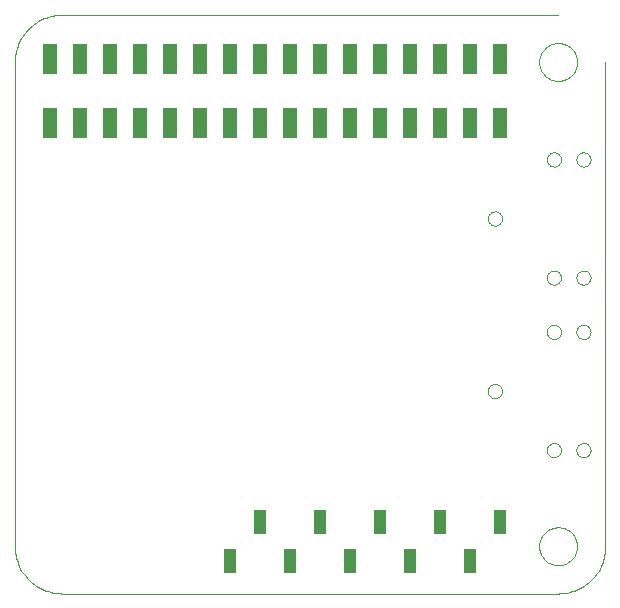
<source format=gbp>
G75*
G70*
%OFA0B0*%
%FSLAX24Y24*%
%IPPOS*%
%LPD*%
%AMOC8*
5,1,8,0,0,1.08239X$1,22.5*
%
%ADD10R,0.0394X0.0787*%
%ADD11R,0.0500X0.1000*%
%ADD12C,0.0000*%
D10*
X012607Y001600D03*
X014607Y001600D03*
X013607Y002900D03*
X015607Y002900D03*
X017607Y002900D03*
X016607Y001600D03*
X018607Y001600D03*
X020607Y001600D03*
X019607Y002900D03*
X021607Y002900D03*
D11*
X021607Y016175D03*
X020607Y016175D03*
X019607Y016175D03*
X018607Y016175D03*
X017607Y016175D03*
X016607Y016175D03*
X015607Y016175D03*
X014607Y016175D03*
X013607Y016175D03*
X012607Y016175D03*
X011607Y016175D03*
X010607Y016175D03*
X009607Y016175D03*
X008607Y016175D03*
X007607Y016175D03*
X006607Y016175D03*
X006607Y018325D03*
X007607Y018325D03*
X008607Y018325D03*
X009607Y018325D03*
X010607Y018325D03*
X011607Y018325D03*
X012607Y018325D03*
X013607Y018325D03*
X014607Y018325D03*
X015607Y018325D03*
X016607Y018325D03*
X017607Y018325D03*
X018607Y018325D03*
X019607Y018325D03*
X020607Y018325D03*
X021607Y018325D03*
D12*
X005418Y018217D02*
X005418Y002075D01*
X005420Y001998D01*
X005426Y001921D01*
X005435Y001844D01*
X005448Y001768D01*
X005465Y001692D01*
X005486Y001618D01*
X005510Y001544D01*
X005538Y001472D01*
X005569Y001402D01*
X005604Y001333D01*
X005642Y001265D01*
X005683Y001200D01*
X005728Y001137D01*
X005776Y001076D01*
X005826Y001017D01*
X005879Y000961D01*
X005935Y000908D01*
X005994Y000858D01*
X006055Y000810D01*
X006118Y000765D01*
X006183Y000724D01*
X006251Y000686D01*
X006320Y000651D01*
X006390Y000620D01*
X006462Y000592D01*
X006536Y000568D01*
X006610Y000547D01*
X006686Y000530D01*
X006762Y000517D01*
X006839Y000508D01*
X006916Y000502D01*
X006993Y000500D01*
X023528Y000500D01*
X022898Y002075D02*
X022900Y002125D01*
X022906Y002175D01*
X022916Y002224D01*
X022930Y002272D01*
X022947Y002319D01*
X022968Y002364D01*
X022993Y002408D01*
X023021Y002449D01*
X023053Y002488D01*
X023087Y002525D01*
X023124Y002559D01*
X023164Y002589D01*
X023206Y002616D01*
X023250Y002640D01*
X023296Y002661D01*
X023343Y002677D01*
X023391Y002690D01*
X023441Y002699D01*
X023490Y002704D01*
X023541Y002705D01*
X023591Y002702D01*
X023640Y002695D01*
X023689Y002684D01*
X023737Y002669D01*
X023783Y002651D01*
X023828Y002629D01*
X023871Y002603D01*
X023912Y002574D01*
X023951Y002542D01*
X023987Y002507D01*
X024019Y002469D01*
X024049Y002429D01*
X024076Y002386D01*
X024099Y002342D01*
X024118Y002296D01*
X024134Y002248D01*
X024146Y002199D01*
X024154Y002150D01*
X024158Y002100D01*
X024158Y002050D01*
X024154Y002000D01*
X024146Y001951D01*
X024134Y001902D01*
X024118Y001854D01*
X024099Y001808D01*
X024076Y001764D01*
X024049Y001721D01*
X024019Y001681D01*
X023987Y001643D01*
X023951Y001608D01*
X023912Y001576D01*
X023871Y001547D01*
X023828Y001521D01*
X023783Y001499D01*
X023737Y001481D01*
X023689Y001466D01*
X023640Y001455D01*
X023591Y001448D01*
X023541Y001445D01*
X023490Y001446D01*
X023441Y001451D01*
X023391Y001460D01*
X023343Y001473D01*
X023296Y001489D01*
X023250Y001510D01*
X023206Y001534D01*
X023164Y001561D01*
X023124Y001591D01*
X023087Y001625D01*
X023053Y001662D01*
X023021Y001701D01*
X022993Y001742D01*
X022968Y001786D01*
X022947Y001831D01*
X022930Y001878D01*
X022916Y001926D01*
X022906Y001975D01*
X022900Y002025D01*
X022898Y002075D01*
X023528Y000500D02*
X023605Y000502D01*
X023682Y000508D01*
X023759Y000517D01*
X023835Y000530D01*
X023911Y000547D01*
X023985Y000568D01*
X024059Y000592D01*
X024131Y000620D01*
X024201Y000651D01*
X024270Y000686D01*
X024338Y000724D01*
X024403Y000765D01*
X024466Y000810D01*
X024527Y000858D01*
X024586Y000908D01*
X024642Y000961D01*
X024695Y001017D01*
X024745Y001076D01*
X024793Y001137D01*
X024838Y001200D01*
X024879Y001265D01*
X024917Y001333D01*
X024952Y001402D01*
X024983Y001472D01*
X025011Y001544D01*
X025035Y001618D01*
X025056Y001692D01*
X025073Y001768D01*
X025086Y001844D01*
X025095Y001921D01*
X025101Y001998D01*
X025103Y002075D01*
X025103Y018217D01*
X022898Y018217D02*
X022900Y018267D01*
X022906Y018317D01*
X022916Y018366D01*
X022930Y018414D01*
X022947Y018461D01*
X022968Y018506D01*
X022993Y018550D01*
X023021Y018591D01*
X023053Y018630D01*
X023087Y018667D01*
X023124Y018701D01*
X023164Y018731D01*
X023206Y018758D01*
X023250Y018782D01*
X023296Y018803D01*
X023343Y018819D01*
X023391Y018832D01*
X023441Y018841D01*
X023490Y018846D01*
X023541Y018847D01*
X023591Y018844D01*
X023640Y018837D01*
X023689Y018826D01*
X023737Y018811D01*
X023783Y018793D01*
X023828Y018771D01*
X023871Y018745D01*
X023912Y018716D01*
X023951Y018684D01*
X023987Y018649D01*
X024019Y018611D01*
X024049Y018571D01*
X024076Y018528D01*
X024099Y018484D01*
X024118Y018438D01*
X024134Y018390D01*
X024146Y018341D01*
X024154Y018292D01*
X024158Y018242D01*
X024158Y018192D01*
X024154Y018142D01*
X024146Y018093D01*
X024134Y018044D01*
X024118Y017996D01*
X024099Y017950D01*
X024076Y017906D01*
X024049Y017863D01*
X024019Y017823D01*
X023987Y017785D01*
X023951Y017750D01*
X023912Y017718D01*
X023871Y017689D01*
X023828Y017663D01*
X023783Y017641D01*
X023737Y017623D01*
X023689Y017608D01*
X023640Y017597D01*
X023591Y017590D01*
X023541Y017587D01*
X023490Y017588D01*
X023441Y017593D01*
X023391Y017602D01*
X023343Y017615D01*
X023296Y017631D01*
X023250Y017652D01*
X023206Y017676D01*
X023164Y017703D01*
X023124Y017733D01*
X023087Y017767D01*
X023053Y017804D01*
X023021Y017843D01*
X022993Y017884D01*
X022968Y017928D01*
X022947Y017973D01*
X022930Y018020D01*
X022916Y018068D01*
X022906Y018117D01*
X022900Y018167D01*
X022898Y018217D01*
X023528Y019791D02*
X006993Y019791D01*
X006993Y019792D02*
X006916Y019790D01*
X006839Y019784D01*
X006762Y019775D01*
X006686Y019762D01*
X006610Y019745D01*
X006536Y019724D01*
X006462Y019700D01*
X006390Y019672D01*
X006320Y019641D01*
X006251Y019606D01*
X006183Y019568D01*
X006118Y019527D01*
X006055Y019482D01*
X005994Y019434D01*
X005935Y019384D01*
X005879Y019331D01*
X005826Y019275D01*
X005776Y019216D01*
X005728Y019155D01*
X005683Y019092D01*
X005642Y019027D01*
X005604Y018959D01*
X005569Y018890D01*
X005538Y018820D01*
X005510Y018748D01*
X005486Y018674D01*
X005465Y018600D01*
X005448Y018524D01*
X005435Y018448D01*
X005426Y018371D01*
X005420Y018294D01*
X005418Y018217D01*
X021187Y013000D02*
X021189Y013030D01*
X021195Y013060D01*
X021204Y013089D01*
X021217Y013116D01*
X021234Y013141D01*
X021253Y013164D01*
X021276Y013185D01*
X021301Y013202D01*
X021327Y013216D01*
X021356Y013226D01*
X021385Y013233D01*
X021415Y013236D01*
X021446Y013235D01*
X021476Y013230D01*
X021505Y013221D01*
X021532Y013209D01*
X021558Y013194D01*
X021582Y013175D01*
X021603Y013153D01*
X021621Y013129D01*
X021636Y013102D01*
X021647Y013074D01*
X021655Y013045D01*
X021659Y013015D01*
X021659Y012985D01*
X021655Y012955D01*
X021647Y012926D01*
X021636Y012898D01*
X021621Y012871D01*
X021603Y012847D01*
X021582Y012825D01*
X021558Y012806D01*
X021532Y012791D01*
X021505Y012779D01*
X021476Y012770D01*
X021446Y012765D01*
X021415Y012764D01*
X021385Y012767D01*
X021356Y012774D01*
X021327Y012784D01*
X021301Y012798D01*
X021276Y012815D01*
X021253Y012836D01*
X021234Y012859D01*
X021217Y012884D01*
X021204Y012911D01*
X021195Y012940D01*
X021189Y012970D01*
X021187Y013000D01*
X023156Y011031D02*
X023158Y011061D01*
X023164Y011091D01*
X023173Y011120D01*
X023186Y011147D01*
X023203Y011172D01*
X023222Y011195D01*
X023245Y011216D01*
X023270Y011233D01*
X023296Y011247D01*
X023325Y011257D01*
X023354Y011264D01*
X023384Y011267D01*
X023415Y011266D01*
X023445Y011261D01*
X023474Y011252D01*
X023501Y011240D01*
X023527Y011225D01*
X023551Y011206D01*
X023572Y011184D01*
X023590Y011160D01*
X023605Y011133D01*
X023616Y011105D01*
X023624Y011076D01*
X023628Y011046D01*
X023628Y011016D01*
X023624Y010986D01*
X023616Y010957D01*
X023605Y010929D01*
X023590Y010902D01*
X023572Y010878D01*
X023551Y010856D01*
X023527Y010837D01*
X023501Y010822D01*
X023474Y010810D01*
X023445Y010801D01*
X023415Y010796D01*
X023384Y010795D01*
X023354Y010798D01*
X023325Y010805D01*
X023296Y010815D01*
X023270Y010829D01*
X023245Y010846D01*
X023222Y010867D01*
X023203Y010890D01*
X023186Y010915D01*
X023173Y010942D01*
X023164Y010971D01*
X023158Y011001D01*
X023156Y011031D01*
X024140Y011031D02*
X024142Y011061D01*
X024148Y011091D01*
X024157Y011120D01*
X024170Y011147D01*
X024187Y011172D01*
X024206Y011195D01*
X024229Y011216D01*
X024254Y011233D01*
X024280Y011247D01*
X024309Y011257D01*
X024338Y011264D01*
X024368Y011267D01*
X024399Y011266D01*
X024429Y011261D01*
X024458Y011252D01*
X024485Y011240D01*
X024511Y011225D01*
X024535Y011206D01*
X024556Y011184D01*
X024574Y011160D01*
X024589Y011133D01*
X024600Y011105D01*
X024608Y011076D01*
X024612Y011046D01*
X024612Y011016D01*
X024608Y010986D01*
X024600Y010957D01*
X024589Y010929D01*
X024574Y010902D01*
X024556Y010878D01*
X024535Y010856D01*
X024511Y010837D01*
X024485Y010822D01*
X024458Y010810D01*
X024429Y010801D01*
X024399Y010796D01*
X024368Y010795D01*
X024338Y010798D01*
X024309Y010805D01*
X024280Y010815D01*
X024254Y010829D01*
X024229Y010846D01*
X024206Y010867D01*
X024187Y010890D01*
X024170Y010915D01*
X024157Y010942D01*
X024148Y010971D01*
X024142Y011001D01*
X024140Y011031D01*
X024140Y009219D02*
X024142Y009249D01*
X024148Y009279D01*
X024157Y009308D01*
X024170Y009335D01*
X024187Y009360D01*
X024206Y009383D01*
X024229Y009404D01*
X024254Y009421D01*
X024280Y009435D01*
X024309Y009445D01*
X024338Y009452D01*
X024368Y009455D01*
X024399Y009454D01*
X024429Y009449D01*
X024458Y009440D01*
X024485Y009428D01*
X024511Y009413D01*
X024535Y009394D01*
X024556Y009372D01*
X024574Y009348D01*
X024589Y009321D01*
X024600Y009293D01*
X024608Y009264D01*
X024612Y009234D01*
X024612Y009204D01*
X024608Y009174D01*
X024600Y009145D01*
X024589Y009117D01*
X024574Y009090D01*
X024556Y009066D01*
X024535Y009044D01*
X024511Y009025D01*
X024485Y009010D01*
X024458Y008998D01*
X024429Y008989D01*
X024399Y008984D01*
X024368Y008983D01*
X024338Y008986D01*
X024309Y008993D01*
X024280Y009003D01*
X024254Y009017D01*
X024229Y009034D01*
X024206Y009055D01*
X024187Y009078D01*
X024170Y009103D01*
X024157Y009130D01*
X024148Y009159D01*
X024142Y009189D01*
X024140Y009219D01*
X023156Y009219D02*
X023158Y009249D01*
X023164Y009279D01*
X023173Y009308D01*
X023186Y009335D01*
X023203Y009360D01*
X023222Y009383D01*
X023245Y009404D01*
X023270Y009421D01*
X023296Y009435D01*
X023325Y009445D01*
X023354Y009452D01*
X023384Y009455D01*
X023415Y009454D01*
X023445Y009449D01*
X023474Y009440D01*
X023501Y009428D01*
X023527Y009413D01*
X023551Y009394D01*
X023572Y009372D01*
X023590Y009348D01*
X023605Y009321D01*
X023616Y009293D01*
X023624Y009264D01*
X023628Y009234D01*
X023628Y009204D01*
X023624Y009174D01*
X023616Y009145D01*
X023605Y009117D01*
X023590Y009090D01*
X023572Y009066D01*
X023551Y009044D01*
X023527Y009025D01*
X023501Y009010D01*
X023474Y008998D01*
X023445Y008989D01*
X023415Y008984D01*
X023384Y008983D01*
X023354Y008986D01*
X023325Y008993D01*
X023296Y009003D01*
X023270Y009017D01*
X023245Y009034D01*
X023222Y009055D01*
X023203Y009078D01*
X023186Y009103D01*
X023173Y009130D01*
X023164Y009159D01*
X023158Y009189D01*
X023156Y009219D01*
X021187Y007250D02*
X021189Y007280D01*
X021195Y007310D01*
X021204Y007339D01*
X021217Y007366D01*
X021234Y007391D01*
X021253Y007414D01*
X021276Y007435D01*
X021301Y007452D01*
X021327Y007466D01*
X021356Y007476D01*
X021385Y007483D01*
X021415Y007486D01*
X021446Y007485D01*
X021476Y007480D01*
X021505Y007471D01*
X021532Y007459D01*
X021558Y007444D01*
X021582Y007425D01*
X021603Y007403D01*
X021621Y007379D01*
X021636Y007352D01*
X021647Y007324D01*
X021655Y007295D01*
X021659Y007265D01*
X021659Y007235D01*
X021655Y007205D01*
X021647Y007176D01*
X021636Y007148D01*
X021621Y007121D01*
X021603Y007097D01*
X021582Y007075D01*
X021558Y007056D01*
X021532Y007041D01*
X021505Y007029D01*
X021476Y007020D01*
X021446Y007015D01*
X021415Y007014D01*
X021385Y007017D01*
X021356Y007024D01*
X021327Y007034D01*
X021301Y007048D01*
X021276Y007065D01*
X021253Y007086D01*
X021234Y007109D01*
X021217Y007134D01*
X021204Y007161D01*
X021195Y007190D01*
X021189Y007220D01*
X021187Y007250D01*
X023156Y005281D02*
X023158Y005311D01*
X023164Y005341D01*
X023173Y005370D01*
X023186Y005397D01*
X023203Y005422D01*
X023222Y005445D01*
X023245Y005466D01*
X023270Y005483D01*
X023296Y005497D01*
X023325Y005507D01*
X023354Y005514D01*
X023384Y005517D01*
X023415Y005516D01*
X023445Y005511D01*
X023474Y005502D01*
X023501Y005490D01*
X023527Y005475D01*
X023551Y005456D01*
X023572Y005434D01*
X023590Y005410D01*
X023605Y005383D01*
X023616Y005355D01*
X023624Y005326D01*
X023628Y005296D01*
X023628Y005266D01*
X023624Y005236D01*
X023616Y005207D01*
X023605Y005179D01*
X023590Y005152D01*
X023572Y005128D01*
X023551Y005106D01*
X023527Y005087D01*
X023501Y005072D01*
X023474Y005060D01*
X023445Y005051D01*
X023415Y005046D01*
X023384Y005045D01*
X023354Y005048D01*
X023325Y005055D01*
X023296Y005065D01*
X023270Y005079D01*
X023245Y005096D01*
X023222Y005117D01*
X023203Y005140D01*
X023186Y005165D01*
X023173Y005192D01*
X023164Y005221D01*
X023158Y005251D01*
X023156Y005281D01*
X024140Y005281D02*
X024142Y005311D01*
X024148Y005341D01*
X024157Y005370D01*
X024170Y005397D01*
X024187Y005422D01*
X024206Y005445D01*
X024229Y005466D01*
X024254Y005483D01*
X024280Y005497D01*
X024309Y005507D01*
X024338Y005514D01*
X024368Y005517D01*
X024399Y005516D01*
X024429Y005511D01*
X024458Y005502D01*
X024485Y005490D01*
X024511Y005475D01*
X024535Y005456D01*
X024556Y005434D01*
X024574Y005410D01*
X024589Y005383D01*
X024600Y005355D01*
X024608Y005326D01*
X024612Y005296D01*
X024612Y005266D01*
X024608Y005236D01*
X024600Y005207D01*
X024589Y005179D01*
X024574Y005152D01*
X024556Y005128D01*
X024535Y005106D01*
X024511Y005087D01*
X024485Y005072D01*
X024458Y005060D01*
X024429Y005051D01*
X024399Y005046D01*
X024368Y005045D01*
X024338Y005048D01*
X024309Y005055D01*
X024280Y005065D01*
X024254Y005079D01*
X024229Y005096D01*
X024206Y005117D01*
X024187Y005140D01*
X024170Y005165D01*
X024157Y005192D01*
X024148Y005221D01*
X024142Y005251D01*
X024140Y005281D01*
X024140Y014969D02*
X024142Y014999D01*
X024148Y015029D01*
X024157Y015058D01*
X024170Y015085D01*
X024187Y015110D01*
X024206Y015133D01*
X024229Y015154D01*
X024254Y015171D01*
X024280Y015185D01*
X024309Y015195D01*
X024338Y015202D01*
X024368Y015205D01*
X024399Y015204D01*
X024429Y015199D01*
X024458Y015190D01*
X024485Y015178D01*
X024511Y015163D01*
X024535Y015144D01*
X024556Y015122D01*
X024574Y015098D01*
X024589Y015071D01*
X024600Y015043D01*
X024608Y015014D01*
X024612Y014984D01*
X024612Y014954D01*
X024608Y014924D01*
X024600Y014895D01*
X024589Y014867D01*
X024574Y014840D01*
X024556Y014816D01*
X024535Y014794D01*
X024511Y014775D01*
X024485Y014760D01*
X024458Y014748D01*
X024429Y014739D01*
X024399Y014734D01*
X024368Y014733D01*
X024338Y014736D01*
X024309Y014743D01*
X024280Y014753D01*
X024254Y014767D01*
X024229Y014784D01*
X024206Y014805D01*
X024187Y014828D01*
X024170Y014853D01*
X024157Y014880D01*
X024148Y014909D01*
X024142Y014939D01*
X024140Y014969D01*
X023156Y014969D02*
X023158Y014999D01*
X023164Y015029D01*
X023173Y015058D01*
X023186Y015085D01*
X023203Y015110D01*
X023222Y015133D01*
X023245Y015154D01*
X023270Y015171D01*
X023296Y015185D01*
X023325Y015195D01*
X023354Y015202D01*
X023384Y015205D01*
X023415Y015204D01*
X023445Y015199D01*
X023474Y015190D01*
X023501Y015178D01*
X023527Y015163D01*
X023551Y015144D01*
X023572Y015122D01*
X023590Y015098D01*
X023605Y015071D01*
X023616Y015043D01*
X023624Y015014D01*
X023628Y014984D01*
X023628Y014954D01*
X023624Y014924D01*
X023616Y014895D01*
X023605Y014867D01*
X023590Y014840D01*
X023572Y014816D01*
X023551Y014794D01*
X023527Y014775D01*
X023501Y014760D01*
X023474Y014748D01*
X023445Y014739D01*
X023415Y014734D01*
X023384Y014733D01*
X023354Y014736D01*
X023325Y014743D01*
X023296Y014753D01*
X023270Y014767D01*
X023245Y014784D01*
X023222Y014805D01*
X023203Y014828D01*
X023186Y014853D01*
X023173Y014880D01*
X023164Y014909D01*
X023158Y014939D01*
X023156Y014969D01*
M02*

</source>
